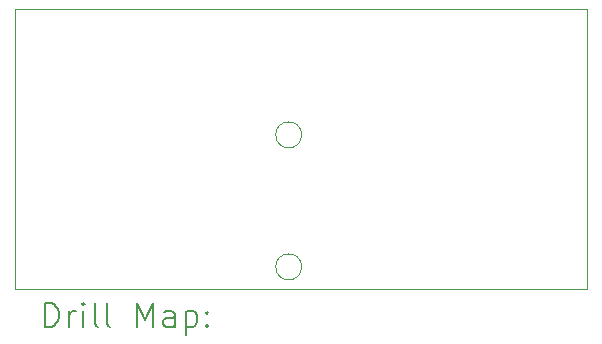
<source format=gbr>
%TF.GenerationSoftware,KiCad,Pcbnew,7.0.9*%
%TF.CreationDate,2024-02-03T16:27:12+01:00*%
%TF.ProjectId,PC-Power-Control,50432d50-6f77-4657-922d-436f6e74726f,rev?*%
%TF.SameCoordinates,Original*%
%TF.FileFunction,Drillmap*%
%TF.FilePolarity,Positive*%
%FSLAX45Y45*%
G04 Gerber Fmt 4.5, Leading zero omitted, Abs format (unit mm)*
G04 Created by KiCad (PCBNEW 7.0.9) date 2024-02-03 16:27:12*
%MOMM*%
%LPD*%
G01*
G04 APERTURE LIST*
%ADD10C,0.100000*%
%ADD11C,0.200000*%
G04 APERTURE END LIST*
D10*
X6993400Y-6959600D02*
G75*
G03*
X6993400Y-6959600I-110000J0D01*
G01*
X6993400Y-5842000D02*
G75*
G03*
X6993400Y-5842000I-110000J0D01*
G01*
X4565650Y-4775200D02*
X9410700Y-4775200D01*
X9410700Y-7150100D01*
X4565650Y-7150100D01*
X4565650Y-4775200D01*
D11*
X4821427Y-7466584D02*
X4821427Y-7266584D01*
X4821427Y-7266584D02*
X4869046Y-7266584D01*
X4869046Y-7266584D02*
X4897617Y-7276108D01*
X4897617Y-7276108D02*
X4916665Y-7295155D01*
X4916665Y-7295155D02*
X4926189Y-7314203D01*
X4926189Y-7314203D02*
X4935713Y-7352298D01*
X4935713Y-7352298D02*
X4935713Y-7380869D01*
X4935713Y-7380869D02*
X4926189Y-7418965D01*
X4926189Y-7418965D02*
X4916665Y-7438012D01*
X4916665Y-7438012D02*
X4897617Y-7457060D01*
X4897617Y-7457060D02*
X4869046Y-7466584D01*
X4869046Y-7466584D02*
X4821427Y-7466584D01*
X5021427Y-7466584D02*
X5021427Y-7333250D01*
X5021427Y-7371346D02*
X5030951Y-7352298D01*
X5030951Y-7352298D02*
X5040474Y-7342774D01*
X5040474Y-7342774D02*
X5059522Y-7333250D01*
X5059522Y-7333250D02*
X5078570Y-7333250D01*
X5145236Y-7466584D02*
X5145236Y-7333250D01*
X5145236Y-7266584D02*
X5135713Y-7276108D01*
X5135713Y-7276108D02*
X5145236Y-7285631D01*
X5145236Y-7285631D02*
X5154760Y-7276108D01*
X5154760Y-7276108D02*
X5145236Y-7266584D01*
X5145236Y-7266584D02*
X5145236Y-7285631D01*
X5269046Y-7466584D02*
X5249998Y-7457060D01*
X5249998Y-7457060D02*
X5240474Y-7438012D01*
X5240474Y-7438012D02*
X5240474Y-7266584D01*
X5373808Y-7466584D02*
X5354760Y-7457060D01*
X5354760Y-7457060D02*
X5345236Y-7438012D01*
X5345236Y-7438012D02*
X5345236Y-7266584D01*
X5602379Y-7466584D02*
X5602379Y-7266584D01*
X5602379Y-7266584D02*
X5669046Y-7409441D01*
X5669046Y-7409441D02*
X5735712Y-7266584D01*
X5735712Y-7266584D02*
X5735712Y-7466584D01*
X5916665Y-7466584D02*
X5916665Y-7361822D01*
X5916665Y-7361822D02*
X5907141Y-7342774D01*
X5907141Y-7342774D02*
X5888093Y-7333250D01*
X5888093Y-7333250D02*
X5849998Y-7333250D01*
X5849998Y-7333250D02*
X5830951Y-7342774D01*
X5916665Y-7457060D02*
X5897617Y-7466584D01*
X5897617Y-7466584D02*
X5849998Y-7466584D01*
X5849998Y-7466584D02*
X5830951Y-7457060D01*
X5830951Y-7457060D02*
X5821427Y-7438012D01*
X5821427Y-7438012D02*
X5821427Y-7418965D01*
X5821427Y-7418965D02*
X5830951Y-7399917D01*
X5830951Y-7399917D02*
X5849998Y-7390393D01*
X5849998Y-7390393D02*
X5897617Y-7390393D01*
X5897617Y-7390393D02*
X5916665Y-7380869D01*
X6011903Y-7333250D02*
X6011903Y-7533250D01*
X6011903Y-7342774D02*
X6030951Y-7333250D01*
X6030951Y-7333250D02*
X6069046Y-7333250D01*
X6069046Y-7333250D02*
X6088093Y-7342774D01*
X6088093Y-7342774D02*
X6097617Y-7352298D01*
X6097617Y-7352298D02*
X6107141Y-7371346D01*
X6107141Y-7371346D02*
X6107141Y-7428488D01*
X6107141Y-7428488D02*
X6097617Y-7447536D01*
X6097617Y-7447536D02*
X6088093Y-7457060D01*
X6088093Y-7457060D02*
X6069046Y-7466584D01*
X6069046Y-7466584D02*
X6030951Y-7466584D01*
X6030951Y-7466584D02*
X6011903Y-7457060D01*
X6192855Y-7447536D02*
X6202379Y-7457060D01*
X6202379Y-7457060D02*
X6192855Y-7466584D01*
X6192855Y-7466584D02*
X6183332Y-7457060D01*
X6183332Y-7457060D02*
X6192855Y-7447536D01*
X6192855Y-7447536D02*
X6192855Y-7466584D01*
X6192855Y-7342774D02*
X6202379Y-7352298D01*
X6202379Y-7352298D02*
X6192855Y-7361822D01*
X6192855Y-7361822D02*
X6183332Y-7352298D01*
X6183332Y-7352298D02*
X6192855Y-7342774D01*
X6192855Y-7342774D02*
X6192855Y-7361822D01*
M02*

</source>
